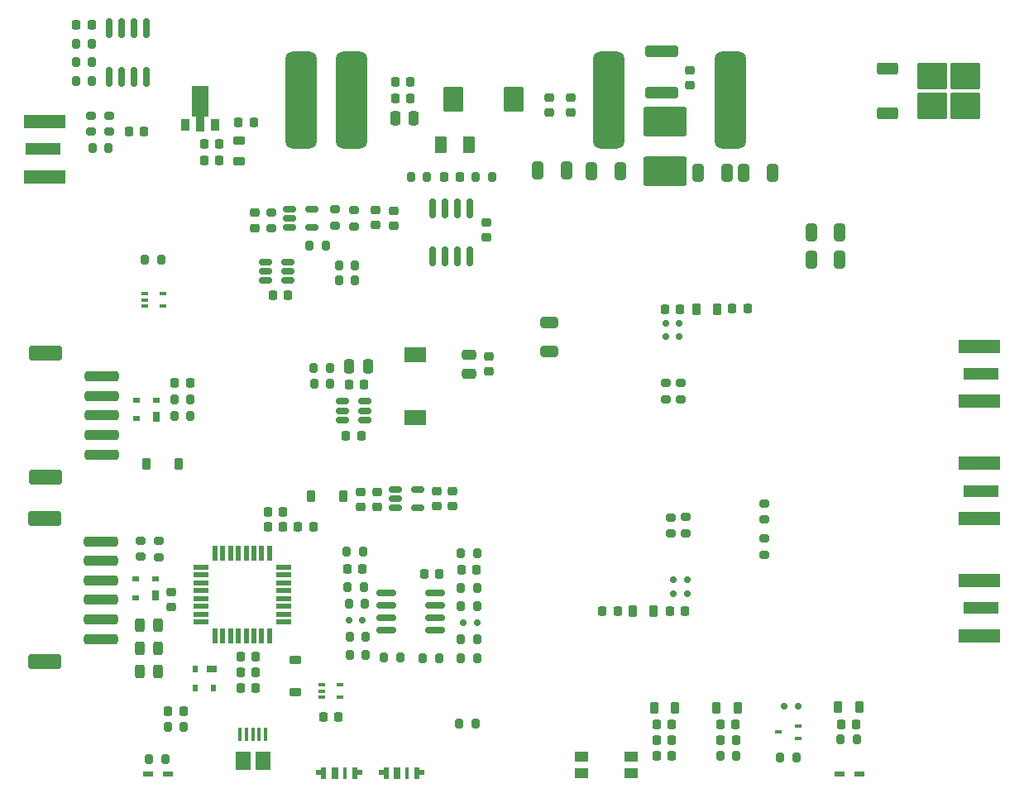
<source format=gbr>
%TF.GenerationSoftware,KiCad,Pcbnew,7.0.7*%
%TF.CreationDate,2023-11-07T01:08:08+00:00*%
%TF.ProjectId,Pi_TX_35W_PA_V2,50695f54-585f-4333-9557-5f50415f5632,rev?*%
%TF.SameCoordinates,Original*%
%TF.FileFunction,Paste,Top*%
%TF.FilePolarity,Positive*%
%FSLAX46Y46*%
G04 Gerber Fmt 4.6, Leading zero omitted, Abs format (unit mm)*
G04 Created by KiCad (PCBNEW 7.0.7) date 2023-11-07 01:08:08*
%MOMM*%
%LPD*%
G01*
G04 APERTURE LIST*
G04 Aperture macros list*
%AMRoundRect*
0 Rectangle with rounded corners*
0 $1 Rounding radius*
0 $2 $3 $4 $5 $6 $7 $8 $9 X,Y pos of 4 corners*
0 Add a 4 corners polygon primitive as box body*
4,1,4,$2,$3,$4,$5,$6,$7,$8,$9,$2,$3,0*
0 Add four circle primitives for the rounded corners*
1,1,$1+$1,$2,$3*
1,1,$1+$1,$4,$5*
1,1,$1+$1,$6,$7*
1,1,$1+$1,$8,$9*
0 Add four rect primitives between the rounded corners*
20,1,$1+$1,$2,$3,$4,$5,0*
20,1,$1+$1,$4,$5,$6,$7,0*
20,1,$1+$1,$6,$7,$8,$9,0*
20,1,$1+$1,$8,$9,$2,$3,0*%
%AMFreePoly0*
4,1,9,3.862500,-0.866500,0.737500,-0.866500,0.737500,-0.450000,-0.737500,-0.450000,-0.737500,0.450000,0.737500,0.450000,0.737500,0.866500,3.862500,0.866500,3.862500,-0.866500,3.862500,-0.866500,$1*%
%AMFreePoly1*
4,1,13,0.275000,-0.600000,-0.275000,-0.600000,-0.275000,-0.200500,-0.725000,-0.200500,-0.725354,-0.200354,-0.725500,-0.200000,-0.725500,0.350000,-0.725354,0.350354,-0.725000,0.350500,-0.275000,0.350500,-0.275000,0.600000,0.275000,0.600000,0.275000,-0.600000,0.275000,-0.600000,$1*%
%AMFreePoly2*
4,1,13,0.275000,0.350500,0.725000,0.350500,0.725354,0.350354,0.725500,0.350000,0.725500,-0.200000,0.725354,-0.200354,0.725000,-0.200500,0.275000,-0.200500,0.275000,-0.600000,-0.275000,-0.600000,-0.275000,0.600000,0.275000,0.600000,0.275000,0.350500,0.275000,0.350500,$1*%
G04 Aperture macros list end*
%ADD10R,0.650000X0.400000*%
%ADD11RoundRect,0.225000X-0.225000X-0.250000X0.225000X-0.250000X0.225000X0.250000X-0.225000X0.250000X0*%
%ADD12RoundRect,0.250001X-1.974999X1.262499X-1.974999X-1.262499X1.974999X-1.262499X1.974999X1.262499X0*%
%ADD13RoundRect,0.200000X0.275000X-0.200000X0.275000X0.200000X-0.275000X0.200000X-0.275000X-0.200000X0*%
%ADD14RoundRect,0.225000X0.225000X0.250000X-0.225000X0.250000X-0.225000X-0.250000X0.225000X-0.250000X0*%
%ADD15R,0.400000X1.350000*%
%ADD16R,1.500000X1.900000*%
%ADD17RoundRect,0.243750X0.243750X0.456250X-0.243750X0.456250X-0.243750X-0.456250X0.243750X-0.456250X0*%
%ADD18R,1.000000X0.600000*%
%ADD19RoundRect,0.250000X-0.250000X-0.475000X0.250000X-0.475000X0.250000X0.475000X-0.250000X0.475000X0*%
%ADD20RoundRect,0.225000X-0.250000X0.225000X-0.250000X-0.225000X0.250000X-0.225000X0.250000X0.225000X0*%
%ADD21R,0.900000X1.300000*%
%ADD22FreePoly0,90.000000*%
%ADD23RoundRect,0.218750X-0.218750X-0.381250X0.218750X-0.381250X0.218750X0.381250X-0.218750X0.381250X0*%
%ADD24R,1.000000X0.700000*%
%ADD25R,0.600000X0.700000*%
%ADD26RoundRect,0.200000X0.200000X0.275000X-0.200000X0.275000X-0.200000X-0.275000X0.200000X-0.275000X0*%
%ADD27RoundRect,0.150000X-0.825000X-0.150000X0.825000X-0.150000X0.825000X0.150000X-0.825000X0.150000X0*%
%ADD28RoundRect,0.250000X-0.325000X-0.650000X0.325000X-0.650000X0.325000X0.650000X-0.325000X0.650000X0*%
%ADD29RoundRect,0.200000X-0.200000X-0.275000X0.200000X-0.275000X0.200000X0.275000X-0.200000X0.275000X0*%
%ADD30RoundRect,0.250000X-0.850000X-0.350000X0.850000X-0.350000X0.850000X0.350000X-0.850000X0.350000X0*%
%ADD31RoundRect,0.250000X-1.275000X-1.125000X1.275000X-1.125000X1.275000X1.125000X-1.275000X1.125000X0*%
%ADD32R,3.600000X1.270000*%
%ADD33R,4.200000X1.350000*%
%ADD34RoundRect,0.150000X0.200000X-0.150000X0.200000X0.150000X-0.200000X0.150000X-0.200000X-0.150000X0*%
%ADD35RoundRect,0.250000X0.325000X0.650000X-0.325000X0.650000X-0.325000X-0.650000X0.325000X-0.650000X0*%
%ADD36RoundRect,0.150000X0.150000X-0.825000X0.150000X0.825000X-0.150000X0.825000X-0.150000X-0.825000X0*%
%ADD37RoundRect,0.150000X0.150000X0.200000X-0.150000X0.200000X-0.150000X-0.200000X0.150000X-0.200000X0*%
%ADD38RoundRect,0.225000X0.250000X-0.225000X0.250000X0.225000X-0.250000X0.225000X-0.250000X-0.225000X0*%
%ADD39RoundRect,0.250000X-1.500000X0.250000X-1.500000X-0.250000X1.500000X-0.250000X1.500000X0.250000X0*%
%ADD40RoundRect,0.250001X-1.449999X0.499999X-1.449999X-0.499999X1.449999X-0.499999X1.449999X0.499999X0*%
%ADD41R,0.700000X1.000000*%
%ADD42R,0.700000X0.600000*%
%ADD43RoundRect,0.250000X1.450000X-0.312500X1.450000X0.312500X-1.450000X0.312500X-1.450000X-0.312500X0*%
%ADD44RoundRect,0.218750X0.381250X-0.218750X0.381250X0.218750X-0.381250X0.218750X-0.381250X-0.218750X0*%
%ADD45RoundRect,0.200000X-0.275000X0.200000X-0.275000X-0.200000X0.275000X-0.200000X0.275000X0.200000X0*%
%ADD46RoundRect,0.250000X0.250000X0.475000X-0.250000X0.475000X-0.250000X-0.475000X0.250000X-0.475000X0*%
%ADD47RoundRect,0.150000X0.512500X0.150000X-0.512500X0.150000X-0.512500X-0.150000X0.512500X-0.150000X0*%
%ADD48RoundRect,0.218750X0.218750X0.381250X-0.218750X0.381250X-0.218750X-0.381250X0.218750X-0.381250X0*%
%ADD49R,2.200000X1.500000*%
%ADD50R,1.450000X1.000000*%
%ADD51R,1.600000X0.550000*%
%ADD52R,0.550000X1.600000*%
%ADD53RoundRect,0.150000X-0.200000X0.150000X-0.200000X-0.150000X0.200000X-0.150000X0.200000X0.150000X0*%
%ADD54RoundRect,0.218750X0.218750X0.256250X-0.218750X0.256250X-0.218750X-0.256250X0.218750X-0.256250X0*%
%ADD55RoundRect,0.225000X0.225000X0.375000X-0.225000X0.375000X-0.225000X-0.375000X0.225000X-0.375000X0*%
%ADD56R,0.700000X0.450000*%
%ADD57RoundRect,0.150000X-0.512500X-0.150000X0.512500X-0.150000X0.512500X0.150000X-0.512500X0.150000X0*%
%ADD58FreePoly1,0.000000*%
%ADD59R,0.700000X1.200000*%
%ADD60R,0.450000X1.200000*%
%ADD61FreePoly2,0.000000*%
%ADD62RoundRect,0.250000X0.787500X1.025000X-0.787500X1.025000X-0.787500X-1.025000X0.787500X-1.025000X0*%
%ADD63RoundRect,0.250000X-0.475000X0.250000X-0.475000X-0.250000X0.475000X-0.250000X0.475000X0.250000X0*%
%ADD64RoundRect,0.250000X0.375000X0.625000X-0.375000X0.625000X-0.375000X-0.625000X0.375000X-0.625000X0*%
%ADD65RoundRect,0.250000X-0.650000X0.325000X-0.650000X-0.325000X0.650000X-0.325000X0.650000X0.325000X0*%
%ADD66RoundRect,0.225000X-0.375000X0.225000X-0.375000X-0.225000X0.375000X-0.225000X0.375000X0.225000X0*%
%ADD67RoundRect,0.150000X-0.150000X-0.200000X0.150000X-0.200000X0.150000X0.200000X-0.150000X0.200000X0*%
%ADD68RoundRect,0.800000X-0.800000X-4.200000X0.800000X-4.200000X0.800000X4.200000X-0.800000X4.200000X0*%
G04 APERTURE END LIST*
D10*
%TO.C,U13*%
X112410000Y-99800000D03*
X112410000Y-100450000D03*
X112410000Y-101100000D03*
X114310000Y-101100000D03*
X114310000Y-99800000D03*
%TD*%
D11*
%TO.C,C50*%
X164815000Y-143920000D03*
X166365000Y-143920000D03*
%TD*%
D12*
%TO.C,R36*%
X165690000Y-82197500D03*
X165690000Y-87222500D03*
%TD*%
D13*
%TO.C,R39*%
X108800000Y-83225000D03*
X108800000Y-81575000D03*
%TD*%
D14*
%TO.C,C55*%
X132225000Y-143177500D03*
X130675000Y-143177500D03*
%TD*%
%TO.C,C15*%
X134875000Y-109070000D03*
X133325000Y-109070000D03*
%TD*%
%TO.C,C53*%
X172915000Y-145490000D03*
X171365000Y-145490000D03*
%TD*%
D15*
%TO.C,J1*%
X122190000Y-144907500D03*
X122840000Y-144907500D03*
X123490000Y-144907500D03*
X124140000Y-144907500D03*
X124790000Y-144907500D03*
D16*
X122490000Y-147607500D03*
X124490000Y-147607500D03*
%TD*%
D17*
%TO.C,F3*%
X113757500Y-136120000D03*
X111882500Y-136120000D03*
%TD*%
D11*
%TO.C,C14*%
X133025000Y-114350000D03*
X134575000Y-114350000D03*
%TD*%
D18*
%TO.C,D17*%
X185542500Y-148980000D03*
X183542500Y-148980000D03*
%TD*%
D19*
%TO.C,C32*%
X138075000Y-81800000D03*
X139975000Y-81800000D03*
%TD*%
D20*
%TO.C,C25*%
X142300000Y-120025000D03*
X142300000Y-121575000D03*
%TD*%
D21*
%TO.C,U9*%
X116600000Y-82487500D03*
D22*
X118100000Y-82400000D03*
D21*
X119600000Y-82487500D03*
%TD*%
D23*
%TO.C,L9*%
X162375000Y-132300000D03*
X164500000Y-132300000D03*
%TD*%
D24*
%TO.C,D1*%
X119270000Y-138190000D03*
D25*
X117570000Y-138190000D03*
X117570000Y-140190000D03*
X119470000Y-140190000D03*
%TD*%
D17*
%TO.C,F4*%
X113780000Y-138480000D03*
X111905000Y-138480000D03*
%TD*%
D11*
%TO.C,C16*%
X125525000Y-100000000D03*
X127075000Y-100000000D03*
%TD*%
D14*
%TO.C,C12*%
X146375000Y-128065000D03*
X144825000Y-128065000D03*
%TD*%
D26*
%TO.C,R53*%
X147945000Y-87820000D03*
X146295000Y-87820000D03*
%TD*%
%TO.C,R38*%
X108725000Y-84900000D03*
X107075000Y-84900000D03*
%TD*%
D27*
%TO.C,U3*%
X137150000Y-130460000D03*
X137150000Y-131730000D03*
X137150000Y-133000000D03*
X137150000Y-134270000D03*
X142100000Y-134270000D03*
X142100000Y-133000000D03*
X142100000Y-131730000D03*
X142100000Y-130460000D03*
%TD*%
D28*
%TO.C,C40*%
X180625000Y-96300000D03*
X183575000Y-96300000D03*
%TD*%
D11*
%TO.C,C51*%
X166162500Y-132300000D03*
X167712500Y-132300000D03*
%TD*%
D29*
%TO.C,R48*%
X183640000Y-145430000D03*
X185290000Y-145430000D03*
%TD*%
D30*
%TO.C,Q1*%
X188435000Y-76795000D03*
D31*
X193060000Y-77550000D03*
X193060000Y-80600000D03*
X196410000Y-77550000D03*
X196410000Y-80600000D03*
D30*
X188435000Y-81355000D03*
%TD*%
D32*
%TO.C,J7*%
X198050000Y-108000000D03*
D33*
X197850000Y-110825000D03*
X197850000Y-105175000D03*
%TD*%
D20*
%TO.C,C26*%
X147390000Y-92475000D03*
X147390000Y-94025000D03*
%TD*%
D34*
%TO.C,D15*%
X167937500Y-129100000D03*
X167937500Y-130500000D03*
%TD*%
D29*
%TO.C,R2*%
X144629196Y-143795578D03*
X146279196Y-143795578D03*
%TD*%
%TO.C,R20*%
X133300000Y-131565000D03*
X134950000Y-131565000D03*
%TD*%
D35*
%TO.C,C41*%
X172005000Y-87410000D03*
X169055000Y-87410000D03*
%TD*%
D23*
%TO.C,L8*%
X168875000Y-101400000D03*
X171000000Y-101400000D03*
%TD*%
D36*
%TO.C,U2*%
X108795000Y-77575000D03*
X110065000Y-77575000D03*
X111335000Y-77575000D03*
X112605000Y-77575000D03*
X112605000Y-72625000D03*
X111335000Y-72625000D03*
X110065000Y-72625000D03*
X108795000Y-72625000D03*
%TD*%
D11*
%TO.C,C56*%
X143105000Y-87840000D03*
X144655000Y-87840000D03*
%TD*%
D14*
%TO.C,C35*%
X123575000Y-82237500D03*
X122025000Y-82237500D03*
%TD*%
D37*
%TO.C,D16*%
X177875000Y-142050000D03*
X179275000Y-142050000D03*
%TD*%
D29*
%TO.C,R9*%
X105375000Y-78000000D03*
X107025000Y-78000000D03*
%TD*%
D38*
%TO.C,C7*%
X115100000Y-131865000D03*
X115100000Y-130315000D03*
%TD*%
D39*
%TO.C,J3*%
X107980000Y-108270000D03*
X107980000Y-110270000D03*
X107980000Y-112270000D03*
X107980000Y-114270000D03*
X107980000Y-116270000D03*
D40*
X102230000Y-105920000D03*
X102230000Y-118620000D03*
%TD*%
D29*
%TO.C,R47*%
X177475000Y-147250000D03*
X179125000Y-147250000D03*
%TD*%
D11*
%TO.C,C49*%
X164795000Y-145510000D03*
X166345000Y-145510000D03*
%TD*%
D32*
%TO.C,J8*%
X198050000Y-120000000D03*
D33*
X197850000Y-122825000D03*
X197850000Y-117175000D03*
%TD*%
D28*
%TO.C,C42*%
X158125000Y-87300000D03*
X161075000Y-87300000D03*
%TD*%
D29*
%TO.C,R21*%
X144800000Y-131765000D03*
X146450000Y-131765000D03*
%TD*%
D20*
%TO.C,C33*%
X156000000Y-79725000D03*
X156000000Y-81275000D03*
%TD*%
D26*
%TO.C,R33*%
X130925000Y-94900000D03*
X129275000Y-94900000D03*
%TD*%
D41*
%TO.C,D4*%
X113580000Y-112410000D03*
D42*
X113580000Y-110710000D03*
X111580000Y-110710000D03*
X111580000Y-112610000D03*
%TD*%
D29*
%TO.C,R34*%
X132275000Y-96900000D03*
X133925000Y-96900000D03*
%TD*%
D13*
%TO.C,R32*%
X125400000Y-93125000D03*
X125400000Y-91475000D03*
%TD*%
D43*
%TO.C,L3*%
X165300000Y-79237500D03*
X165300000Y-74962500D03*
%TD*%
D14*
%TO.C,C1*%
X126575000Y-122100000D03*
X125025000Y-122100000D03*
%TD*%
D44*
%TO.C,L4*%
X122100000Y-86262500D03*
X122100000Y-84137500D03*
%TD*%
D29*
%TO.C,R24*%
X133100000Y-126165000D03*
X134750000Y-126165000D03*
%TD*%
D14*
%TO.C,C9*%
X106975000Y-72300000D03*
X105425000Y-72300000D03*
%TD*%
D45*
%TO.C,R35*%
X131900000Y-91175000D03*
X131900000Y-92825000D03*
%TD*%
D46*
%TO.C,C13*%
X135260000Y-107220000D03*
X133360000Y-107220000D03*
%TD*%
D47*
%TO.C,U4*%
X134935000Y-112730000D03*
X134935000Y-111780000D03*
X134935000Y-110830000D03*
X132660000Y-110830000D03*
X132660000Y-111780000D03*
X132660000Y-112730000D03*
%TD*%
D48*
%TO.C,L12*%
X185537500Y-142150000D03*
X183412500Y-142150000D03*
%TD*%
D20*
%TO.C,C23*%
X136200000Y-120100000D03*
X136200000Y-121650000D03*
%TD*%
D49*
%TO.C,L2*%
X140072500Y-106095000D03*
X140072500Y-112495000D03*
%TD*%
D18*
%TO.C,D3*%
X114790000Y-149020000D03*
X112790000Y-149020000D03*
%TD*%
D10*
%TO.C,U12*%
X130510000Y-139837500D03*
X130510000Y-140487500D03*
X130510000Y-141137500D03*
X132410000Y-141137500D03*
X132410000Y-139837500D03*
%TD*%
D50*
%TO.C,SW1*%
X162245000Y-148916321D03*
X157095000Y-148916321D03*
X162245000Y-147216321D03*
X157095000Y-147216321D03*
%TD*%
D38*
%TO.C,C27*%
X168200000Y-78450000D03*
X168200000Y-76900000D03*
%TD*%
D28*
%TO.C,C39*%
X180625000Y-93500000D03*
X183575000Y-93500000D03*
%TD*%
D26*
%TO.C,R8*%
X117095000Y-112330000D03*
X115445000Y-112330000D03*
%TD*%
D51*
%TO.C,U1*%
X126650000Y-133400000D03*
X126650000Y-132600000D03*
X126650000Y-131800000D03*
X126650000Y-131000000D03*
X126650000Y-130200000D03*
X126650000Y-129400000D03*
X126650000Y-128600000D03*
X126650000Y-127800000D03*
D52*
X125200000Y-126350000D03*
X124400000Y-126350000D03*
X123600000Y-126350000D03*
X122800000Y-126350000D03*
X122000000Y-126350000D03*
X121200000Y-126350000D03*
X120400000Y-126350000D03*
X119600000Y-126350000D03*
D51*
X118150000Y-127800000D03*
X118150000Y-128600000D03*
X118150000Y-129400000D03*
X118150000Y-130200000D03*
X118150000Y-131000000D03*
X118150000Y-131800000D03*
X118150000Y-132600000D03*
X118150000Y-133400000D03*
D52*
X119600000Y-134850000D03*
X120400000Y-134850000D03*
X121200000Y-134850000D03*
X122000000Y-134850000D03*
X122800000Y-134850000D03*
X123600000Y-134850000D03*
X124400000Y-134850000D03*
X125200000Y-134850000D03*
%TD*%
D26*
%TO.C,R18*%
X135050000Y-134965000D03*
X133400000Y-134965000D03*
%TD*%
D29*
%TO.C,R7*%
X105375000Y-76100000D03*
X107025000Y-76100000D03*
%TD*%
D53*
%TO.C,D13*%
X165737500Y-104200000D03*
X165737500Y-102800000D03*
%TD*%
D54*
%TO.C,L1*%
X129687500Y-123700000D03*
X128112500Y-123700000D03*
%TD*%
D14*
%TO.C,C29*%
X112375000Y-83200000D03*
X110825000Y-83200000D03*
%TD*%
D29*
%TO.C,R30*%
X129735000Y-109000000D03*
X131385000Y-109000000D03*
%TD*%
D26*
%TO.C,R14*%
X146425000Y-137100000D03*
X144775000Y-137100000D03*
%TD*%
D55*
%TO.C,D11*%
X115930000Y-117260000D03*
X112630000Y-117260000D03*
%TD*%
D14*
%TO.C,C8*%
X117055000Y-108960000D03*
X115505000Y-108960000D03*
%TD*%
D28*
%TO.C,C38*%
X173745000Y-87410000D03*
X176695000Y-87410000D03*
%TD*%
D45*
%TO.C,R41*%
X165800000Y-108975000D03*
X165800000Y-110625000D03*
%TD*%
D36*
%TO.C,U8*%
X141860000Y-96020000D03*
X143130000Y-96020000D03*
X144400000Y-96020000D03*
X145670000Y-96020000D03*
X145670000Y-91070000D03*
X144400000Y-91070000D03*
X143130000Y-91070000D03*
X141860000Y-91070000D03*
%TD*%
D11*
%TO.C,C47*%
X172562500Y-101300000D03*
X174112500Y-101300000D03*
%TD*%
D20*
%TO.C,C24*%
X143900000Y-120025000D03*
X143900000Y-121575000D03*
%TD*%
D56*
%TO.C,Q2*%
X179280000Y-145330000D03*
X179280000Y-144030000D03*
X177280000Y-144680000D03*
%TD*%
D14*
%TO.C,C5*%
X123775000Y-140200000D03*
X122225000Y-140200000D03*
%TD*%
D45*
%TO.C,R44*%
X166300000Y-122700000D03*
X166300000Y-124350000D03*
%TD*%
D11*
%TO.C,C30*%
X118525000Y-86200000D03*
X120075000Y-86200000D03*
%TD*%
D13*
%TO.C,R37*%
X106900000Y-83225000D03*
X106900000Y-81575000D03*
%TD*%
D20*
%TO.C,C36*%
X153800000Y-79725000D03*
X153800000Y-81275000D03*
%TD*%
D26*
%TO.C,R17*%
X142525000Y-137100000D03*
X140875000Y-137100000D03*
%TD*%
D14*
%TO.C,C4*%
X123775000Y-138600000D03*
X122225000Y-138600000D03*
%TD*%
D39*
%TO.C,J4*%
X107900000Y-125150000D03*
X107900000Y-127150000D03*
X107900000Y-129150000D03*
X107900000Y-131150000D03*
X107900000Y-133150000D03*
X107900000Y-135150000D03*
D40*
X102150000Y-122800000D03*
X102150000Y-137500000D03*
%TD*%
D26*
%TO.C,R46*%
X172965000Y-147080000D03*
X171315000Y-147080000D03*
%TD*%
D57*
%TO.C,U7*%
X138062500Y-119850000D03*
X138062500Y-120800000D03*
X138062500Y-121750000D03*
X140337500Y-121750000D03*
X140337500Y-119850000D03*
%TD*%
D29*
%TO.C,R31*%
X129730000Y-107410000D03*
X131380000Y-107410000D03*
%TD*%
D26*
%TO.C,R13*%
X138550000Y-137065000D03*
X136900000Y-137065000D03*
%TD*%
D14*
%TO.C,C52*%
X172900000Y-143900000D03*
X171350000Y-143900000D03*
%TD*%
D58*
%TO.C,D18*%
X137150000Y-148890000D03*
D59*
X138275000Y-148890000D03*
D60*
X139300000Y-148890000D03*
D61*
X140300000Y-148890000D03*
%TD*%
D11*
%TO.C,C11*%
X133150000Y-127965000D03*
X134700000Y-127965000D03*
%TD*%
D23*
%TO.C,L10*%
X164577500Y-142230000D03*
X166702500Y-142230000D03*
%TD*%
D29*
%TO.C,R3*%
X112855000Y-147480000D03*
X114505000Y-147480000D03*
%TD*%
D13*
%TO.C,R12*%
X133800000Y-92925000D03*
X133800000Y-91275000D03*
%TD*%
D29*
%TO.C,R19*%
X144800000Y-135165000D03*
X146450000Y-135165000D03*
%TD*%
D45*
%TO.C,R40*%
X167300000Y-108975000D03*
X167300000Y-110625000D03*
%TD*%
D23*
%TO.C,L11*%
X170962500Y-142200000D03*
X173087500Y-142200000D03*
%TD*%
D37*
%TO.C,D6*%
X145025000Y-133465000D03*
X146425000Y-133465000D03*
%TD*%
D29*
%TO.C,R52*%
X139665000Y-87820000D03*
X141315000Y-87820000D03*
%TD*%
%TO.C,R51*%
X112445000Y-96350000D03*
X114095000Y-96350000D03*
%TD*%
D11*
%TO.C,C34*%
X138050000Y-79800000D03*
X139600000Y-79800000D03*
%TD*%
D62*
%TO.C,C31*%
X150212500Y-79900000D03*
X143987500Y-79900000D03*
%TD*%
D26*
%TO.C,R25*%
X146450000Y-126365000D03*
X144800000Y-126365000D03*
%TD*%
D58*
%TO.C,D19*%
X130750000Y-148860000D03*
D59*
X131875000Y-148860000D03*
D60*
X132900000Y-148860000D03*
D61*
X133900000Y-148860000D03*
%TD*%
D45*
%TO.C,R11*%
X113900000Y-125125000D03*
X113900000Y-126775000D03*
%TD*%
D14*
%TO.C,C48*%
X160812500Y-132300000D03*
X159262500Y-132300000D03*
%TD*%
D57*
%TO.C,U5*%
X124762500Y-96550000D03*
X124762500Y-97500000D03*
X124762500Y-98450000D03*
X127037500Y-98450000D03*
X127037500Y-97500000D03*
X127037500Y-96550000D03*
%TD*%
D26*
%TO.C,R4*%
X117105000Y-110660000D03*
X115455000Y-110660000D03*
%TD*%
D11*
%TO.C,C54*%
X183705000Y-143860000D03*
X185255000Y-143860000D03*
%TD*%
D45*
%TO.C,R43*%
X175800000Y-124875000D03*
X175800000Y-126525000D03*
%TD*%
D29*
%TO.C,R22*%
X144800000Y-129965000D03*
X146450000Y-129965000D03*
%TD*%
D55*
%TO.C,D9*%
X132750000Y-120500000D03*
X129450000Y-120500000D03*
%TD*%
D63*
%TO.C,C17*%
X145610000Y-106070000D03*
X145610000Y-107970000D03*
%TD*%
D11*
%TO.C,C37*%
X138050000Y-78100000D03*
X139600000Y-78100000D03*
%TD*%
D20*
%TO.C,C21*%
X134500000Y-120100000D03*
X134500000Y-121650000D03*
%TD*%
D45*
%TO.C,R45*%
X167800000Y-122675000D03*
X167800000Y-124325000D03*
%TD*%
D26*
%TO.C,R23*%
X134850000Y-129865000D03*
X133200000Y-129865000D03*
%TD*%
D20*
%TO.C,C19*%
X123700000Y-91525000D03*
X123700000Y-93075000D03*
%TD*%
D14*
%TO.C,C44*%
X167212500Y-101400000D03*
X165662500Y-101400000D03*
%TD*%
D20*
%TO.C,C20*%
X136000000Y-91225000D03*
X136000000Y-92775000D03*
%TD*%
%TO.C,C18*%
X147610000Y-106195000D03*
X147610000Y-107745000D03*
%TD*%
D14*
%TO.C,C6*%
X123800000Y-137000000D03*
X122250000Y-137000000D03*
%TD*%
D11*
%TO.C,C46*%
X164805000Y-147080000D03*
X166355000Y-147080000D03*
%TD*%
D14*
%TO.C,C10*%
X142600000Y-128465000D03*
X141050000Y-128465000D03*
%TD*%
D45*
%TO.C,R10*%
X111990000Y-125095000D03*
X111990000Y-126745000D03*
%TD*%
D29*
%TO.C,R15*%
X132275000Y-98400000D03*
X133925000Y-98400000D03*
%TD*%
D41*
%TO.C,D5*%
X113480000Y-130710000D03*
D42*
X113480000Y-129010000D03*
X111480000Y-129010000D03*
X111480000Y-130910000D03*
%TD*%
D64*
%TO.C,F1*%
X145570000Y-84570000D03*
X142770000Y-84570000D03*
%TD*%
D57*
%TO.C,U6*%
X127262500Y-91150000D03*
X127262500Y-92100000D03*
X127262500Y-93050000D03*
X129537500Y-93050000D03*
X129537500Y-91150000D03*
%TD*%
D65*
%TO.C,C45*%
X153800000Y-102725000D03*
X153800000Y-105675000D03*
%TD*%
D17*
%TO.C,F2*%
X113765000Y-133770000D03*
X111890000Y-133770000D03*
%TD*%
D53*
%TO.C,D14*%
X166537500Y-130500000D03*
X166537500Y-129100000D03*
%TD*%
D20*
%TO.C,C22*%
X137900000Y-91325000D03*
X137900000Y-92875000D03*
%TD*%
D13*
%TO.C,R42*%
X175800000Y-122925000D03*
X175800000Y-121275000D03*
%TD*%
D11*
%TO.C,C28*%
X118525000Y-84500000D03*
X120075000Y-84500000D03*
%TD*%
D66*
%TO.C,D10*%
X127830000Y-137280000D03*
X127830000Y-140580000D03*
%TD*%
D14*
%TO.C,C2*%
X116375000Y-142560000D03*
X114825000Y-142560000D03*
%TD*%
D26*
%TO.C,R1*%
X116425000Y-144160000D03*
X114775000Y-144160000D03*
%TD*%
D67*
%TO.C,D7*%
X134725000Y-133265000D03*
X133325000Y-133265000D03*
%TD*%
D68*
%TO.C,U10*%
X128400000Y-80000000D03*
X133600000Y-80000000D03*
X159900000Y-80000000D03*
X172400000Y-80000000D03*
%TD*%
D32*
%TO.C,J9*%
X198050000Y-132000000D03*
D33*
X197850000Y-134825000D03*
X197850000Y-129175000D03*
%TD*%
D26*
%TO.C,R16*%
X135050000Y-136765000D03*
X133400000Y-136765000D03*
%TD*%
D29*
%TO.C,R6*%
X105375000Y-74200000D03*
X107025000Y-74200000D03*
%TD*%
D32*
%TO.C,J6*%
X102000000Y-85000000D03*
D33*
X102200000Y-82175000D03*
X102200000Y-87825000D03*
%TD*%
D35*
%TO.C,C43*%
X155575000Y-87200000D03*
X152625000Y-87200000D03*
%TD*%
D14*
%TO.C,C3*%
X126575000Y-123700000D03*
X125025000Y-123700000D03*
%TD*%
D34*
%TO.C,D12*%
X167137500Y-102800000D03*
X167137500Y-104200000D03*
%TD*%
M02*

</source>
